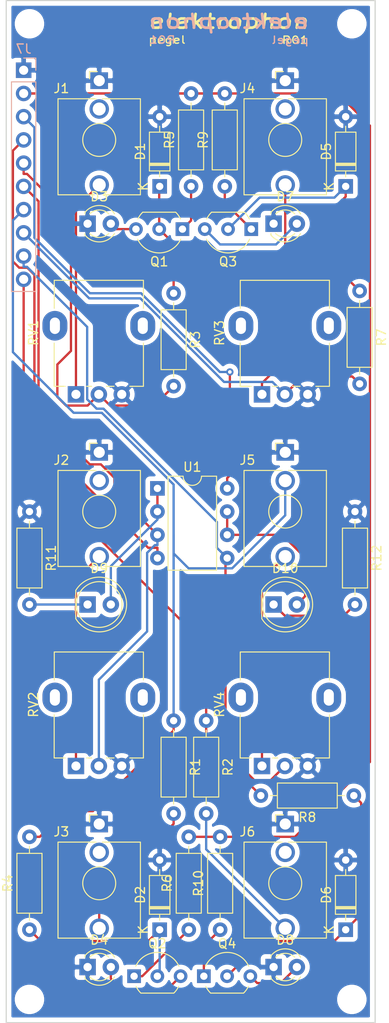
<source format=kicad_pcb>
(kicad_pcb (version 20171130) (host pcbnew 5.1.6-c6e7f7d~87~ubuntu20.04.1)
  (title_block (title kontrast) (date 2020-09-20) (rev 01) (comment 1 "PCB for panel") (comment 2 "voltage controlled attenuator and ring modulator") (comment 4 "License CC BY 4.0 - Attribution 4.0 International"))
  (layers (0 F.Cu signal) (31 B.Cu signal) (34 B.Paste user) (35 F.Paste user) (36 B.SilkS user) (37 F.SilkS user) (38 B.Mask user) (39 F.Mask user) (44 Edge.Cuts user))
  (net 0 "")
  (net 1 GND)
  (net 2 +15V)
  (net 3 "Net-(J1-PadT)")
  (net 4 "Net-(J3-PadT)")
  (net 5 -15V)
  (net 6 +5V)
  (net 7 "Net-(J2-PadT)")
  (net 8 "Net-(J4-PadT)")
  (net 9 "Net-(J6-PadT)")
  (net 10 "Net-(D1-Pad1)")
  (net 11 "Net-(D2-Pad1)")
  (net 12 "Net-(D3-Pad2)")
  (net 13 "Net-(D4-Pad2)")
  (net 14 "Net-(D5-Pad1)")
  (net 15 "Net-(D6-Pad1)")
  (net 16 "Net-(D7-Pad2)")
  (net 17 "Net-(D8-Pad2)")
  (net 18 "Net-(D9-Pad2)")
  (net 19 "Net-(D9-Pad1)")
  (net 20 "Net-(D10-Pad2)")
  (net 21 "Net-(D10-Pad1)")
  (net 22 "Net-(J1-PadTN)")
  (net 23 "Net-(J2-PadTN)")
  (net 24 "Net-(J3-PadTN)")
  (net 25 "Net-(J4-PadTN)")
  (net 26 OUT_a)
  (net 27 "Net-(J5-PadT)")
  (net 28 "Net-(J6-PadTN)")
  (net 29 OUT_b)
  (net 30 IN_2b)
  (net 31 IN_1b)
  (net 32 IN_2a)
  (net 33 IN_1a)
  (net 34 "Net-(Q1-Pad1)")
  (net 35 "Net-(Q2-Pad1)")
  (net 36 "Net-(Q3-Pad1)")
  (net 37 "Net-(Q4-Pad1)")
  (module LED_THT:LED_D5.0mm (layer F.Cu) (at 80.01 116.84)
    (fp_text reference D10 (at 1.27 -3.96) (layer F.SilkS))
    (fp_text value LED_Dual_2pin)
    (pad 2 thru_hole circle (at 2.54 0) (size 1.8 1.8) (drill 0.9) (layers *.Cu *.Mask) (net 20 "Net-(D10-Pad2)"))
    (pad 1 thru_hole rect (at 0 0) (size 1.8 1.8) (drill 0.9) (layers *.Cu *.Mask) (net 21 "Net-(D10-Pad1)"))
  )
  (module LED_THT:LED_D5.0mm (layer F.Cu) (at 59.69 116.84)
    (fp_text reference D9 (at 1.27 -3.96) (layer F.SilkS))
    (fp_text value LED_Dual_2pin)
    (pad 2 thru_hole circle (at 2.54 0) (size 1.8 1.8) (drill 0.9) (layers *.Cu *.Mask) (net 18 "Net-(D9-Pad2)"))
    (pad 1 thru_hole rect (at 0 0) (size 1.8 1.8) (drill 0.9) (layers *.Cu *.Mask) (net 19 "Net-(D9-Pad1)"))
  )
  (module Package_TO_SOT_THT:TO-92_Inline_Wide (layer F.Cu) (at 72.39 157.48)
    (fp_text reference Q4 (at 2.54 -3.56) (layer F.SilkS))
    (fp_text value BC550)
    (pad 1 thru_hole rect (at 0 0 90) (size 1.5 1.5) (drill 0.8) (layers *.Cu *.Mask) (net 37 "Net-(Q4-Pad1)"))
    (pad 3 thru_hole circle (at 5.08 0 90) (size 1.5 1.5) (drill 0.8) (layers *.Cu *.Mask) (net 17 "Net-(D8-Pad2)"))
    (pad 2 thru_hole circle (at 2.54 0 90) (size 1.5 1.5) (drill 0.8) (layers *.Cu *.Mask) (net 15 "Net-(D6-Pad1)"))
  )
  (module Package_TO_SOT_THT:TO-92_Inline_Wide (layer F.Cu) (at 77.5716 75.7936 180)
    (fp_text reference Q3 (at 2.54 -3.56) (layer F.SilkS))
    (fp_text value BC550)
    (pad 1 thru_hole rect (at 0 0 270) (size 1.5 1.5) (drill 0.8) (layers *.Cu *.Mask) (net 36 "Net-(Q3-Pad1)"))
    (pad 3 thru_hole circle (at 5.08 0 270) (size 1.5 1.5) (drill 0.8) (layers *.Cu *.Mask) (net 16 "Net-(D7-Pad2)"))
    (pad 2 thru_hole circle (at 2.54 0 270) (size 1.5 1.5) (drill 0.8) (layers *.Cu *.Mask) (net 14 "Net-(D5-Pad1)"))
  )
  (module Package_TO_SOT_THT:TO-92_Inline_Wide (layer F.Cu) (at 64.77 157.48)
    (fp_text reference Q2 (at 2.54 -3.56) (layer F.SilkS))
    (fp_text value BC550)
    (pad 1 thru_hole rect (at 0 0 90) (size 1.5 1.5) (drill 0.8) (layers *.Cu *.Mask) (net 35 "Net-(Q2-Pad1)"))
    (pad 3 thru_hole circle (at 5.08 0 90) (size 1.5 1.5) (drill 0.8) (layers *.Cu *.Mask) (net 13 "Net-(D4-Pad2)"))
    (pad 2 thru_hole circle (at 2.54 0 90) (size 1.5 1.5) (drill 0.8) (layers *.Cu *.Mask) (net 11 "Net-(D2-Pad1)"))
  )
  (module Package_TO_SOT_THT:TO-92_Inline_Wide (layer F.Cu) (at 70.0532 75.7936 180)
    (fp_text reference Q1 (at 2.54 -3.56) (layer F.SilkS))
    (fp_text value BC550)
    (pad 1 thru_hole rect (at 0 0 270) (size 1.5 1.5) (drill 0.8) (layers *.Cu *.Mask) (net 34 "Net-(Q1-Pad1)"))
    (pad 3 thru_hole circle (at 5.08 0 270) (size 1.5 1.5) (drill 0.8) (layers *.Cu *.Mask) (net 12 "Net-(D3-Pad2)"))
    (pad 2 thru_hole circle (at 2.54 0 270) (size 1.5 1.5) (drill 0.8) (layers *.Cu *.Mask) (net 10 "Net-(D1-Pad1)"))
  )
  (module MountingHole:MountingHole_2.2mm_M2 (layer F.Cu) (at 53.34 160.02)
    (fp_text reference REF** hide)
    (fp_text value MountingHole_2.2mm_M2 hide)
    (pad 1 np_thru_hole circle (at 0 0) (size 2.2 2.2) (drill 2.2) (layers *.Cu *.Mask))
  )
  (module MountingHole:MountingHole_2.2mm_M2 (layer F.Cu) (at 88.56 160.02)
    (fp_text reference REF** hide)
    (fp_text value MountingHole_2.2mm_M2 hide)
    (pad 1 np_thru_hole circle (at 0 0) (size 2.2 2.2) (drill 2.2) (layers *.Cu *.Mask))
  )
  (module MountingHole:MountingHole_2.2mm_M2 (layer F.Cu) (at 88.56 53.34)
    (fp_text reference REF** hide)
    (fp_text value MountingHole_2.2mm_M2 hide)
    (pad 1 np_thru_hole circle (at 0 0) (size 2.2 2.2) (drill 2.2) (layers *.Cu *.Mask))
  )
  (module MountingHole:MountingHole_2.2mm_M2 (layer F.Cu) (at 53.34 53.34)
    (fp_text reference REF** hide)
    (fp_text value MountingHole_2.2mm_M2 hide)
    (pad 1 np_thru_hole circle (at 0 0) (size 2.2 2.2) (drill 2.2) (layers *.Cu *.Mask))
  )
  (module Package_DIP:DIP-8_W7.62mm (layer F.Cu) (at 67.32 104.14)
    (fp_text reference U1 (at 3.81 -2.33) (layer F.SilkS))
    (fp_text value TL072)
    (pad 8 thru_hole oval (at 7.62 0) (size 1.6 1.6) (drill 0.8) (layers *.Cu *.Mask) (net 2 +15V))
    (pad 4 thru_hole oval (at 0 7.62) (size 1.6 1.6) (drill 0.8) (layers *.Cu *.Mask) (net 5 -15V))
    (pad 7 thru_hole oval (at 7.62 2.54) (size 1.6 1.6) (drill 0.8) (layers *.Cu *.Mask) (net 20 "Net-(D10-Pad2)"))
    (pad 3 thru_hole oval (at 0 5.08) (size 1.6 1.6) (drill 0.8) (layers *.Cu *.Mask) (net 32 IN_2a))
    (pad 6 thru_hole oval (at 7.62 5.08) (size 1.6 1.6) (drill 0.8) (layers *.Cu *.Mask) (net 20 "Net-(D10-Pad2)"))
    (pad 2 thru_hole oval (at 0 2.54) (size 1.6 1.6) (drill 0.8) (layers *.Cu *.Mask) (net 18 "Net-(D9-Pad2)"))
    (pad 5 thru_hole oval (at 7.62 7.62) (size 1.6 1.6) (drill 0.8) (layers *.Cu *.Mask) (net 30 IN_2b))
    (pad 1 thru_hole rect (at 0 0) (size 1.6 1.6) (drill 0.8) (layers *.Cu *.Mask) (net 18 "Net-(D9-Pad2)"))
  )
  (module Connector_PinHeader_2.54mm:PinHeader_1x10_P2.54mm_Vertical (layer B.Cu) (at 52.705 58.42 180)
    (fp_text reference J7 (at 0 2.33) (layer B.SilkS) (effects (justify mirror)))
    (fp_text value Conn_01x10_Male)
    (pad 10 thru_hole oval (at 0 -22.86 180) (size 1.7 1.7) (drill 1) (layers *.Cu *.Mask) (net 29 OUT_b))
    (pad 9 thru_hole oval (at 0 -20.32 180) (size 1.7 1.7) (drill 1) (layers *.Cu *.Mask) (net 30 IN_2b))
    (pad 8 thru_hole oval (at 0 -17.78 180) (size 1.7 1.7) (drill 1) (layers *.Cu *.Mask) (net 31 IN_1b))
    (pad 7 thru_hole oval (at 0 -15.24 180) (size 1.7 1.7) (drill 1) (layers *.Cu *.Mask) (net 26 OUT_a))
    (pad 6 thru_hole oval (at 0 -12.7 180) (size 1.7 1.7) (drill 1) (layers *.Cu *.Mask) (net 32 IN_2a))
    (pad 5 thru_hole oval (at 0 -10.16 180) (size 1.7 1.7) (drill 1) (layers *.Cu *.Mask) (net 33 IN_1a))
    (pad 4 thru_hole oval (at 0 -7.62 180) (size 1.7 1.7) (drill 1) (layers *.Cu *.Mask) (net 5 -15V))
    (pad 3 thru_hole oval (at 0 -5.08 180) (size 1.7 1.7) (drill 1) (layers *.Cu *.Mask) (net 2 +15V))
    (pad 2 thru_hole oval (at 0 -2.54 180) (size 1.7 1.7) (drill 1) (layers *.Cu *.Mask) (net 6 +5V))
    (pad 1 thru_hole rect (at 0 0 180) (size 1.7 1.7) (drill 1) (layers *.Cu *.Mask) (net 1 GND))
  )
  (module elektrophon:Potentiometer_Alpha_RD901F-40-00D_Single_Vertical (layer F.Cu) (at 81.28 127 90)
    (fp_text reference RV4 (at -0.79 -7.18 270) (layer F.SilkS))
    (fp_text value 100k)
    (pad "" thru_hole oval (at 0 -4.84 180) (size 2.72 3.24) (drill oval 1.1 1.8) (layers *.Cu *.Mask))
    (pad "" thru_hole oval (at 0 4.76 180) (size 2.72 3.24) (drill oval 1.1 1.8) (layers *.Cu *.Mask))
    (pad 3 thru_hole circle (at -7.5 2.46 180) (size 1.8 1.8) (drill 1) (layers *.Cu *.Mask) (net 1 GND))
    (pad 2 thru_hole circle (at -7.5 -0.04 180) (size 1.8 1.8) (drill 1) (layers *.Cu *.Mask) (net 30 IN_2b))
    (pad 1 thru_hole rect (at -7.5 -2.54 180) (size 1.8 1.8) (drill 1) (layers *.Cu *.Mask) (net 27 "Net-(J5-PadT)"))
  )
  (module elektrophon:Potentiometer_Alpha_RD901F-40-00D_Single_Vertical (layer F.Cu) (at 81.28 86.36 90)
    (fp_text reference RV3 (at -0.79 -7.18 270) (layer F.SilkS))
    (fp_text value 100k)
    (pad "" thru_hole oval (at 0 -4.84 180) (size 2.72 3.24) (drill oval 1.1 1.8) (layers *.Cu *.Mask))
    (pad "" thru_hole oval (at 0 4.76 180) (size 2.72 3.24) (drill oval 1.1 1.8) (layers *.Cu *.Mask))
    (pad 3 thru_hole circle (at -7.5 2.46 180) (size 1.8 1.8) (drill 1) (layers *.Cu *.Mask) (net 1 GND))
    (pad 2 thru_hole circle (at -7.5 -0.04 180) (size 1.8 1.8) (drill 1) (layers *.Cu *.Mask) (net 31 IN_1b))
    (pad 1 thru_hole rect (at -7.5 -2.54 180) (size 1.8 1.8) (drill 1) (layers *.Cu *.Mask) (net 8 "Net-(J4-PadT)"))
  )
  (module elektrophon:Potentiometer_Alpha_RD901F-40-00D_Single_Vertical (layer F.Cu) (at 60.96 127 90)
    (fp_text reference RV2 (at -0.79 -7.18 270) (layer F.SilkS))
    (fp_text value 100k)
    (pad "" thru_hole oval (at 0 -4.84 180) (size 2.72 3.24) (drill oval 1.1 1.8) (layers *.Cu *.Mask))
    (pad "" thru_hole oval (at 0 4.76 180) (size 2.72 3.24) (drill oval 1.1 1.8) (layers *.Cu *.Mask))
    (pad 3 thru_hole circle (at -7.5 2.46 180) (size 1.8 1.8) (drill 1) (layers *.Cu *.Mask) (net 1 GND))
    (pad 2 thru_hole circle (at -7.5 -0.04 180) (size 1.8 1.8) (drill 1) (layers *.Cu *.Mask) (net 32 IN_2a))
    (pad 1 thru_hole rect (at -7.5 -2.54 180) (size 1.8 1.8) (drill 1) (layers *.Cu *.Mask) (net 7 "Net-(J2-PadT)"))
  )
  (module elektrophon:Potentiometer_Alpha_RD901F-40-00D_Single_Vertical (layer F.Cu) (at 60.96 86.36 90)
    (fp_text reference RV1 (at -0.79 -7.18 270) (layer F.SilkS))
    (fp_text value 100k)
    (pad "" thru_hole oval (at 0 -4.84 180) (size 2.72 3.24) (drill oval 1.1 1.8) (layers *.Cu *.Mask))
    (pad "" thru_hole oval (at 0 4.76 180) (size 2.72 3.24) (drill oval 1.1 1.8) (layers *.Cu *.Mask))
    (pad 3 thru_hole circle (at -7.5 2.46 180) (size 1.8 1.8) (drill 1) (layers *.Cu *.Mask) (net 1 GND))
    (pad 2 thru_hole circle (at -7.5 -0.04 180) (size 1.8 1.8) (drill 1) (layers *.Cu *.Mask) (net 33 IN_1a))
    (pad 1 thru_hole rect (at -7.5 -2.54 180) (size 1.8 1.8) (drill 1) (layers *.Cu *.Mask) (net 3 "Net-(J1-PadT)"))
  )
  (module Resistor_THT:R_Axial_DIN0207_L6.3mm_D2.5mm_P10.16mm_Horizontal (layer F.Cu) (at 88.9 106.68 270)
    (fp_text reference R12 (at 5.08 -2.37 90) (layer F.SilkS))
    (fp_text value 490)
    (pad 2 thru_hole oval (at 10.16 0 270) (size 1.6 1.6) (drill 0.8) (layers *.Cu *.Mask) (net 21 "Net-(D10-Pad1)"))
    (pad 1 thru_hole circle (at 0 0 270) (size 1.6 1.6) (drill 0.8) (layers *.Cu *.Mask) (net 1 GND))
  )
  (module Resistor_THT:R_Axial_DIN0207_L6.3mm_D2.5mm_P10.16mm_Horizontal (layer F.Cu) (at 53.34 106.68 270)
    (fp_text reference R11 (at 5.08 -2.37 90) (layer F.SilkS))
    (fp_text value 490)
    (pad 2 thru_hole oval (at 10.16 0 270) (size 1.6 1.6) (drill 0.8) (layers *.Cu *.Mask) (net 19 "Net-(D9-Pad1)"))
    (pad 1 thru_hole circle (at 0 0 270) (size 1.6 1.6) (drill 0.8) (layers *.Cu *.Mask) (net 1 GND))
  )
  (module Resistor_THT:R_Axial_DIN0207_L6.3mm_D2.5mm_P10.16mm_Horizontal (layer F.Cu) (at 74.168 152.4 90)
    (fp_text reference R10 (at 5.08 -2.37 90) (layer F.SilkS))
    (fp_text value 5.6k)
    (pad 2 thru_hole oval (at 10.16 0 90) (size 1.6 1.6) (drill 0.8) (layers *.Cu *.Mask) (net 6 +5V))
    (pad 1 thru_hole circle (at 0 0 90) (size 1.6 1.6) (drill 0.8) (layers *.Cu *.Mask) (net 37 "Net-(Q4-Pad1)"))
  )
  (module Resistor_THT:R_Axial_DIN0207_L6.3mm_D2.5mm_P10.16mm_Horizontal (layer F.Cu) (at 74.676 71.12 90)
    (fp_text reference R9 (at 5.08 -2.37 90) (layer F.SilkS))
    (fp_text value 5.6k)
    (pad 2 thru_hole oval (at 10.16 0 90) (size 1.6 1.6) (drill 0.8) (layers *.Cu *.Mask) (net 6 +5V))
    (pad 1 thru_hole circle (at 0 0 90) (size 1.6 1.6) (drill 0.8) (layers *.Cu *.Mask) (net 36 "Net-(Q3-Pad1)"))
  )
  (module Resistor_THT:R_Axial_DIN0207_L6.3mm_D2.5mm_P10.16mm_Horizontal (layer F.Cu) (at 88.773 137.7315 180)
    (fp_text reference R8 (at 5.08 -2.37) (layer F.SilkS))
    (fp_text value 100k)
    (pad 2 thru_hole oval (at 10.16 0 180) (size 1.6 1.6) (drill 0.8) (layers *.Cu *.Mask) (net 29 OUT_b))
    (pad 1 thru_hole circle (at 0 0 180) (size 1.6 1.6) (drill 0.8) (layers *.Cu *.Mask) (net 15 "Net-(D6-Pad1)"))
  )
  (module Resistor_THT:R_Axial_DIN0207_L6.3mm_D2.5mm_P10.16mm_Horizontal (layer F.Cu) (at 89.408 82.55 270)
    (fp_text reference R7 (at 5.08 -2.37 90) (layer F.SilkS))
    (fp_text value 100k)
    (pad 2 thru_hole oval (at 10.16 0 270) (size 1.6 1.6) (drill 0.8) (layers *.Cu *.Mask) (net 31 IN_1b))
    (pad 1 thru_hole circle (at 0 0 270) (size 1.6 1.6) (drill 0.8) (layers *.Cu *.Mask) (net 14 "Net-(D5-Pad1)"))
  )
  (module Resistor_THT:R_Axial_DIN0207_L6.3mm_D2.5mm_P10.16mm_Horizontal (layer F.Cu) (at 70.741 152.4 90)
    (fp_text reference R6 (at 5.08 -2.37 90) (layer F.SilkS))
    (fp_text value 5.6k)
    (pad 2 thru_hole oval (at 10.16 0 90) (size 1.6 1.6) (drill 0.8) (layers *.Cu *.Mask) (net 6 +5V))
    (pad 1 thru_hole circle (at 0 0 90) (size 1.6 1.6) (drill 0.8) (layers *.Cu *.Mask) (net 35 "Net-(Q2-Pad1)"))
  )
  (module Resistor_THT:R_Axial_DIN0207_L6.3mm_D2.5mm_P10.16mm_Horizontal (layer F.Cu) (at 70.995 71.12 90)
    (fp_text reference R5 (at 5.08 -2.37 90) (layer F.SilkS))
    (fp_text value 5.6k)
    (pad 2 thru_hole oval (at 10.16 0 90) (size 1.6 1.6) (drill 0.8) (layers *.Cu *.Mask) (net 6 +5V))
    (pad 1 thru_hole circle (at 0 0 90) (size 1.6 1.6) (drill 0.8) (layers *.Cu *.Mask) (net 34 "Net-(Q1-Pad1)"))
  )
  (module Resistor_THT:R_Axial_DIN0207_L6.3mm_D2.5mm_P10.16mm_Horizontal (layer F.Cu) (at 53.34 152.4 90)
    (fp_text reference R4 (at 5.08 -2.37 90) (layer F.SilkS))
    (fp_text value 100k)
    (pad 2 thru_hole oval (at 10.16 0 90) (size 1.6 1.6) (drill 0.8) (layers *.Cu *.Mask) (net 26 OUT_a))
    (pad 1 thru_hole circle (at 0 0 90) (size 1.6 1.6) (drill 0.8) (layers *.Cu *.Mask) (net 11 "Net-(D2-Pad1)"))
  )
  (module Resistor_THT:R_Axial_DIN0207_L6.3mm_D2.5mm_P10.16mm_Horizontal (layer F.Cu) (at 69.088 82.804 270)
    (fp_text reference R3 (at 5.08 -2.37 90) (layer F.SilkS))
    (fp_text value 100k)
    (pad 2 thru_hole oval (at 10.16 0 270) (size 1.6 1.6) (drill 0.8) (layers *.Cu *.Mask) (net 33 IN_1a))
    (pad 1 thru_hole circle (at 0 0 270) (size 1.6 1.6) (drill 0.8) (layers *.Cu *.Mask) (net 10 "Net-(D1-Pad1)"))
  )
  (module Resistor_THT:R_Axial_DIN0207_L6.3mm_D2.5mm_P10.16mm_Horizontal (layer F.Cu) (at 72.644 129.54 270)
    (fp_text reference R2 (at 5.08 -2.37 90) (layer F.SilkS))
    (fp_text value 1k)
    (pad 2 thru_hole oval (at 10.16 0 270) (size 1.6 1.6) (drill 0.8) (layers *.Cu *.Mask) (net 9 "Net-(J6-PadT)"))
    (pad 1 thru_hole circle (at 0 0 270) (size 1.6 1.6) (drill 0.8) (layers *.Cu *.Mask) (net 29 OUT_b))
  )
  (module Resistor_THT:R_Axial_DIN0207_L6.3mm_D2.5mm_P10.16mm_Horizontal (layer F.Cu) (at 69.088 129.54 270)
    (fp_text reference R1 (at 5.08 -2.37 90) (layer F.SilkS))
    (fp_text value 1k)
    (pad 2 thru_hole oval (at 10.16 0 270) (size 1.6 1.6) (drill 0.8) (layers *.Cu *.Mask) (net 4 "Net-(J3-PadT)"))
    (pad 1 thru_hole circle (at 0 0 270) (size 1.6 1.6) (drill 0.8) (layers *.Cu *.Mask) (net 26 OUT_a))
  )
  (module elektrophon:Jack_3.5mm_WQP-PJ398SM_Vertical (layer F.Cu) (at 81.28 147.32)
    (fp_text reference J6 (at -4.13 -5.63) (layer F.SilkS))
    (fp_text value OUT_b)
    (pad TN thru_hole circle (at 0 -3.38 180) (size 2.13 2.13) (drill 1.42) (layers *.Cu *.Mask) (net 28 "Net-(J6-PadTN)"))
    (pad S thru_hole rect (at 0 -6.48 180) (size 1.93 1.83) (drill 1.22) (layers *.Cu *.Mask) (net 1 GND))
    (pad T thru_hole circle (at 0 4.92 180) (size 2.13 2.13) (drill 1.43) (layers *.Cu *.Mask) (net 9 "Net-(J6-PadT)"))
  )
  (module elektrophon:Jack_3.5mm_WQP-PJ398SM_Vertical (layer F.Cu) (at 81.28 106.68)
    (fp_text reference J5 (at -4.13 -5.63) (layer F.SilkS))
    (fp_text value IN_2b)
    (pad TN thru_hole circle (at 0 -3.38 180) (size 2.13 2.13) (drill 1.42) (layers *.Cu *.Mask) (net 26 OUT_a))
    (pad S thru_hole rect (at 0 -6.48 180) (size 1.93 1.83) (drill 1.22) (layers *.Cu *.Mask) (net 1 GND))
    (pad T thru_hole circle (at 0 4.92 180) (size 2.13 2.13) (drill 1.43) (layers *.Cu *.Mask) (net 27 "Net-(J5-PadT)"))
  )
  (module elektrophon:Jack_3.5mm_WQP-PJ398SM_Vertical (layer F.Cu) (at 81.28 66.04)
    (fp_text reference J4 (at -4.13 -5.63) (layer F.SilkS))
    (fp_text value IN_1b)
    (pad TN thru_hole circle (at 0 -3.38 180) (size 2.13 2.13) (drill 1.42) (layers *.Cu *.Mask) (net 25 "Net-(J4-PadTN)"))
    (pad S thru_hole rect (at 0 -6.48 180) (size 1.93 1.83) (drill 1.22) (layers *.Cu *.Mask) (net 1 GND))
    (pad T thru_hole circle (at 0 4.92 180) (size 2.13 2.13) (drill 1.43) (layers *.Cu *.Mask) (net 8 "Net-(J4-PadT)"))
  )
  (module elektrophon:Jack_3.5mm_WQP-PJ398SM_Vertical (layer F.Cu) (at 60.96 147.32)
    (fp_text reference J3 (at -4.13 -5.63) (layer F.SilkS))
    (fp_text value OUT_a)
    (pad TN thru_hole circle (at 0 -3.38 180) (size 2.13 2.13) (drill 1.42) (layers *.Cu *.Mask) (net 24 "Net-(J3-PadTN)"))
    (pad S thru_hole rect (at 0 -6.48 180) (size 1.93 1.83) (drill 1.22) (layers *.Cu *.Mask) (net 1 GND))
    (pad T thru_hole circle (at 0 4.92 180) (size 2.13 2.13) (drill 1.43) (layers *.Cu *.Mask) (net 4 "Net-(J3-PadT)"))
  )
  (module elektrophon:Jack_3.5mm_WQP-PJ398SM_Vertical (layer F.Cu) (at 60.96 106.68)
    (fp_text reference J2 (at -4.13 -5.63) (layer F.SilkS))
    (fp_text value IN_2a)
    (pad TN thru_hole circle (at 0 -3.38 180) (size 2.13 2.13) (drill 1.42) (layers *.Cu *.Mask) (net 23 "Net-(J2-PadTN)"))
    (pad S thru_hole rect (at 0 -6.48 180) (size 1.93 1.83) (drill 1.22) (layers *.Cu *.Mask) (net 1 GND))
    (pad T thru_hole circle (at 0 4.92 180) (size 2.13 2.13) (drill 1.43) (layers *.Cu *.Mask) (net 7 "Net-(J2-PadT)"))
  )
  (module elektrophon:Jack_3.5mm_WQP-PJ398SM_Vertical (layer F.Cu) (at 60.96 66.04)
    (fp_text reference J1 (at -4.13 -5.63) (layer F.SilkS))
    (fp_text value IN_1a)
    (pad TN thru_hole circle (at 0 -3.38 180) (size 2.13 2.13) (drill 1.42) (layers *.Cu *.Mask) (net 22 "Net-(J1-PadTN)"))
    (pad S thru_hole rect (at 0 -6.48 180) (size 1.93 1.83) (drill 1.22) (layers *.Cu *.Mask) (net 1 GND))
    (pad T thru_hole circle (at 0 4.92 180) (size 2.13 2.13) (drill 1.43) (layers *.Cu *.Mask) (net 3 "Net-(J1-PadT)"))
  )
  (module LED_THT:LED_D3.0mm (layer F.Cu) (at 80.01 156.48)
    (fp_text reference D8 (at 1.27 -2.96) (layer F.SilkS))
    (fp_text value WP710A10L)
    (pad 2 thru_hole circle (at 2.54 0) (size 1.8 1.8) (drill 0.9) (layers *.Cu *.Mask) (net 17 "Net-(D8-Pad2)"))
    (pad 1 thru_hole rect (at 0 0) (size 1.8 1.8) (drill 0.9) (layers *.Cu *.Mask) (net 1 GND))
  )
  (module LED_THT:LED_D3.0mm (layer F.Cu) (at 80.01 75.2)
    (fp_text reference D7 (at 1.27 -2.96) (layer F.SilkS))
    (fp_text value WP710A10L)
    (pad 2 thru_hole circle (at 2.54 0) (size 1.8 1.8) (drill 0.9) (layers *.Cu *.Mask) (net 16 "Net-(D7-Pad2)"))
    (pad 1 thru_hole rect (at 0 0) (size 1.8 1.8) (drill 0.9) (layers *.Cu *.Mask) (net 1 GND))
  )
  (module Diode_THT:D_DO-35_SOD27_P7.62mm_Horizontal (layer F.Cu) (at 87.884 152.4 90)
    (fp_text reference D6 (at 3.81 -2.12 90) (layer F.SilkS))
    (fp_text value 1N4148)
    (fp_text user K (at 0 -1.8 90) (layer F.SilkS))
    (pad 2 thru_hole oval (at 7.62 0 90) (size 1.6 1.6) (drill 0.8) (layers *.Cu *.Mask) (net 1 GND))
    (pad 1 thru_hole rect (at 0 0 90) (size 1.6 1.6) (drill 0.8) (layers *.Cu *.Mask) (net 15 "Net-(D6-Pad1)"))
  )
  (module Diode_THT:D_DO-35_SOD27_P7.62mm_Horizontal (layer F.Cu) (at 87.884 71.12 90)
    (fp_text reference D5 (at 3.81 -2.12 90) (layer F.SilkS))
    (fp_text value 1N4148)
    (fp_text user K (at 0 -1.8 90) (layer F.SilkS))
    (pad 2 thru_hole oval (at 7.62 0 90) (size 1.6 1.6) (drill 0.8) (layers *.Cu *.Mask) (net 1 GND))
    (pad 1 thru_hole rect (at 0 0 90) (size 1.6 1.6) (drill 0.8) (layers *.Cu *.Mask) (net 14 "Net-(D5-Pad1)"))
  )
  (module LED_THT:LED_D3.0mm (layer F.Cu) (at 59.69 156.48)
    (fp_text reference D4 (at 1.27 -2.96) (layer F.SilkS))
    (fp_text value WP710A10L)
    (pad 2 thru_hole circle (at 2.54 0) (size 1.8 1.8) (drill 0.9) (layers *.Cu *.Mask) (net 13 "Net-(D4-Pad2)"))
    (pad 1 thru_hole rect (at 0 0) (size 1.8 1.8) (drill 0.9) (layers *.Cu *.Mask) (net 1 GND))
  )
  (module LED_THT:LED_D3.0mm (layer F.Cu) (at 59.69 75.2)
    (fp_text reference D3 (at 1.27 -2.96) (layer F.SilkS))
    (fp_text value WP710A10L)
    (pad 2 thru_hole circle (at 2.54 0) (size 1.8 1.8) (drill 0.9) (layers *.Cu *.Mask) (net 12 "Net-(D3-Pad2)"))
    (pad 1 thru_hole rect (at 0 0) (size 1.8 1.8) (drill 0.9) (layers *.Cu *.Mask) (net 1 GND))
  )
  (module Diode_THT:D_DO-35_SOD27_P7.62mm_Horizontal (layer F.Cu) (at 67.564 152.4 90)
    (fp_text reference D2 (at 3.81 -2.12 90) (layer F.SilkS))
    (fp_text value 1N4148)
    (fp_text user K (at 0 -1.8 90) (layer F.SilkS))
    (pad 2 thru_hole oval (at 7.62 0 90) (size 1.6 1.6) (drill 0.8) (layers *.Cu *.Mask) (net 1 GND))
    (pad 1 thru_hole rect (at 0 0 90) (size 1.6 1.6) (drill 0.8) (layers *.Cu *.Mask) (net 11 "Net-(D2-Pad1)"))
  )
  (module Diode_THT:D_DO-35_SOD27_P7.62mm_Horizontal (layer F.Cu) (at 67.564 71.12 90)
    (fp_text reference D1 (at 3.81 -2.12 90) (layer F.SilkS))
    (fp_text value 1N4148)
    (fp_text user K (at 0 -1.8 90) (layer F.SilkS))
    (pad 2 thru_hole oval (at 7.62 0 90) (size 1.6 1.6) (drill 0.8) (layers *.Cu *.Mask) (net 1 GND))
    (pad 1 thru_hole rect (at 0 0 90) (size 1.6 1.6) (drill 0.8) (layers *.Cu *.Mask) (net 10 "Net-(D1-Pad1)"))
  )
  (module "elektrophon:elektrophon logo" (layer F.Cu) (at 75.1205 54.102)
    (fp_text reference REF** hide)
    (fp_text value "elektrophon logo" hide)
    (fp_text user pegel (at 8.84 1.02) (layer B.SilkS) (effects (font (size 0.8 1)) (justify left mirror)))
    (fp_text user R01 (at -8.83 1) (layer B.SilkS) (effects (font (size 0.8 1)) (justify right mirror)))
    (fp_text user elektrophon (at 0 -1.016) (layer B.SilkS) (effects (font (size 1.5 2) (thickness 0.3) italic) (justify mirror)))
    (fp_text user R01 (at 8.8 1.02) (layer F.SilkS) (effects (font (size 0.8 1)) (justify right)))
    (fp_text user pegel (at -8.88 1) (layer F.SilkS) (effects (font (size 0.8 1)) (justify left)))
    (fp_text user elektrophon (at 0 -1.016) (layer F.SilkS) (effects (font (size 1.5 2) (thickness 0.3) italic)))
  )
  (gr_line (start 91.1 50.8) (end 50.8 50.8) (layer Edge.Cuts) (width 0.12))
  (gr_line (start 91.1 162.56) (end 91.1 50.8) (layer Edge.Cuts) (width 0.12))
  (gr_line (start 50.8 162.56) (end 91.1 162.56) (layer Edge.Cuts) (width 0.12))
  (gr_line (start 50.8 50.8) (end 50.8 162.56) (layer Edge.Cuts) (width 0.12))
  (segment (start 74.94 104.14) (end 74.94 103.0147) (width 0.25) (layer F.Cu) (net 2))
  (segment (start 74.94 103.0147) (end 75.2304 102.7243) (width 0.25) (layer F.Cu) (net 2))
  (segment (start 75.2304 102.7243) (end 75.2304 91.4128) (width 0.25) (layer F.Cu) (net 2))
  (via (at 75.2304 91.4128) (size 0.8) (layers F.Cu B.Cu) (net 2))
  (segment (start 75.2304 91.4128) (end 74.1408 91.4128) (width 0.25) (layer B.Cu) (net 2))
  (segment (start 65.532 82.804) (end 59.944 82.804) (width 0.25) (layer B.Cu) (net 2))
  (segment (start 74.1408 91.4128) (end 65.532 82.804) (width 0.25) (layer B.Cu) (net 2))
  (segment (start 59.944 82.804) (end 53.8803 76.7403) (width 0.25) (layer B.Cu) (net 2))
  (segment (start 53.8803 64.6753) (end 52.705 63.5) (width 0.25) (layer B.Cu) (net 2))
  (segment (start 53.8803 67.5317) (end 53.8803 64.6753) (width 0.25) (layer B.Cu) (net 2))
  (segment (start 53.8803 76.7403) (end 53.8803 67.5317) (width 0.25) (layer B.Cu) (net 2))
  (segment (start 53.8803 67.5317) (end 53.8803 65.4832) (width 0.25) (layer B.Cu) (net 2))
  (segment (start 60.96 70.96) (end 58.42 73.5) (width 0.25) (layer F.Cu) (net 3))
  (segment (start 58.42 73.5) (end 58.42 93.86) (width 0.25) (layer F.Cu) (net 3))
  (segment (start 69.088 139.7) (end 69.088 140.8253) (width 0.25) (layer F.Cu) (net 4))
  (segment (start 60.96 152.24) (end 60.96 148.9533) (width 0.25) (layer F.Cu) (net 4))
  (segment (start 60.96 148.9533) (end 69.088 140.8253) (width 0.25) (layer F.Cu) (net 4))
  (segment (start 67.32 111.76) (end 67.32 110.6347) (width 0.25) (layer F.Cu) (net 5))
  (segment (start 67.32 110.6347) (end 66.3073 110.6347) (width 0.25) (layer F.Cu) (net 5))
  (segment (start 66.3073 110.6347) (end 53.8803 98.2077) (width 0.25) (layer F.Cu) (net 5))
  (segment (start 53.8803 98.2077) (end 53.8803 80.791) (width 0.25) (layer F.Cu) (net 5))
  (segment (start 53.8803 80.791) (end 53.0993 80.01) (width 0.25) (layer F.Cu) (net 5))
  (segment (start 53.0993 80.01) (end 52.2163 80.01) (width 0.25) (layer F.Cu) (net 5))
  (segment (start 52.2163 80.01) (end 51.5297 79.3234) (width 0.25) (layer F.Cu) (net 5))
  (segment (start 51.5297 67.2153) (end 52.705 66.04) (width 0.25) (layer F.Cu) (net 5))
  (segment (start 51.5297 69.3097) (end 51.5297 67.2153) (width 0.25) (layer F.Cu) (net 5))
  (segment (start 51.5297 79.3234) (end 51.5297 69.3097) (width 0.25) (layer F.Cu) (net 5))
  (segment (start 51.5297 69.3097) (end 51.5297 68.0232) (width 0.25) (layer F.Cu) (net 5))
  (segment (start 70.995 60.96) (end 74.676 60.96) (width 0.25) (layer F.Cu) (net 6))
  (segment (start 73.7923 142.24) (end 74.168 142.24) (width 0.25) (layer F.Cu) (net 6))
  (segment (start 70.741 142.24) (end 73.7923 142.24) (width 0.25) (layer F.Cu) (net 6))
  (segment (start 70.995 60.96) (end 52.705 60.96) (width 0.25) (layer F.Cu) (net 6))
  (segment (start 87.009002 60.96) (end 52.705 60.96) (width 0.25) (layer F.Cu) (net 6))
  (segment (start 90.533001 64.483999) (end 87.009002 60.96) (width 0.25) (layer F.Cu) (net 6))
  (segment (start 90.533001 134.052001) (end 90.533001 64.483999) (width 0.25) (layer F.Cu) (net 6))
  (segment (start 82.345002 142.24) (end 90.533001 134.052001) (width 0.25) (layer F.Cu) (net 6))
  (segment (start 74.168 142.24) (end 82.345002 142.24) (width 0.25) (layer F.Cu) (net 6))
  (segment (start 60.96 111.6) (end 58.42 114.14) (width 0.25) (layer F.Cu) (net 7))
  (segment (start 58.42 114.14) (end 58.42 134.5) (width 0.25) (layer F.Cu) (net 7))
  (segment (start 78.74 93.86) (end 78.74 92.6347) (width 0.25) (layer F.Cu) (net 8))
  (segment (start 81.28 70.96) (end 81.28 90.0947) (width 0.25) (layer F.Cu) (net 8))
  (segment (start 81.28 90.0947) (end 78.74 92.6347) (width 0.25) (layer F.Cu) (net 8))
  (segment (start 81.28 152.24) (end 72.644 143.604) (width 0.25) (layer B.Cu) (net 9))
  (segment (start 72.644 143.604) (end 72.644 139.7) (width 0.25) (layer B.Cu) (net 9))
  (segment (start 69.088 77.3684) (end 67.5132 75.7936) (width 0.25) (layer F.Cu) (net 10))
  (segment (start 69.088 82.804) (end 69.088 77.3684) (width 0.25) (layer F.Cu) (net 10))
  (segment (start 67.5132 71.1708) (end 67.564 71.12) (width 0.25) (layer F.Cu) (net 10))
  (segment (start 67.5132 75.7936) (end 67.5132 71.1708) (width 0.25) (layer F.Cu) (net 10))
  (segment (start 53.34 152.4) (end 54.570001 153.630001) (width 0.25) (layer F.Cu) (net 11))
  (segment (start 54.570001 153.630001) (end 63.031999 153.630001) (width 0.25) (layer F.Cu) (net 11))
  (segment (start 63.031999 153.630001) (end 64.015501 153.630001) (width 0.25) (layer F.Cu) (net 11))
  (segment (start 67.564 157.226) (end 67.31 157.48) (width 0.25) (layer B.Cu) (net 11))
  (segment (start 67.564 152.4) (end 67.564 157.226) (width 0.25) (layer B.Cu) (net 11))
  (segment (start 66.333999 153.630001) (end 67.564 152.4) (width 0.25) (layer F.Cu) (net 11))
  (segment (start 63.031999 153.630001) (end 66.333999 153.630001) (width 0.25) (layer F.Cu) (net 11))
  (segment (start 62.8236 75.7936) (end 62.23 75.2) (width 0.25) (layer F.Cu) (net 12))
  (segment (start 64.9732 75.7936) (end 62.8236 75.7936) (width 0.25) (layer F.Cu) (net 12))
  (segment (start 69.85 157.48) (end 67.31 160.02) (width 0.25) (layer F.Cu) (net 13))
  (segment (start 62.23 157.752792) (end 62.23 156.48) (width 0.25) (layer F.Cu) (net 13))
  (segment (start 64.497208 160.02) (end 62.23 157.752792) (width 0.25) (layer F.Cu) (net 13))
  (segment (start 67.31 160.02) (end 64.497208 160.02) (width 0.25) (layer F.Cu) (net 13))
  (segment (start 87.884 71.12) (end 87.884 72.2453) (width 0.25) (layer F.Cu) (net 14))
  (segment (start 87.884 72.2453) (end 87.63 72.4993) (width 0.25) (layer F.Cu) (net 14))
  (segment (start 87.63 72.4993) (end 87.63 80.772) (width 0.25) (layer F.Cu) (net 14))
  (segment (start 87.63 80.772) (end 89.408 82.55) (width 0.25) (layer F.Cu) (net 14))
  (segment (start 78.475199 72.350001) (end 75.0316 75.7936) (width 0.25) (layer B.Cu) (net 14))
  (segment (start 86.653999 72.350001) (end 78.475199 72.350001) (width 0.25) (layer B.Cu) (net 14))
  (segment (start 87.884 71.12) (end 86.653999 72.350001) (width 0.25) (layer B.Cu) (net 14))
  (segment (start 89.572999 150.711001) (end 87.884 152.4) (width 0.25) (layer F.Cu) (net 15))
  (segment (start 89.572999 138.531499) (end 89.572999 150.711001) (width 0.25) (layer F.Cu) (net 15))
  (segment (start 88.773 137.7315) (end 89.572999 138.531499) (width 0.25) (layer F.Cu) (net 15))
  (segment (start 78.779999 153.630001) (end 74.93 157.48) (width 0.25) (layer F.Cu) (net 15))
  (segment (start 86.653999 153.630001) (end 78.779999 153.630001) (width 0.25) (layer F.Cu) (net 15))
  (segment (start 87.884 152.4) (end 86.653999 153.630001) (width 0.25) (layer F.Cu) (net 15))
  (segment (start 82.55 75.2) (end 80.28 77.47) (width 0.25) (layer B.Cu) (net 16))
  (segment (start 74.168 77.47) (end 72.4916 75.7936) (width 0.25) (layer B.Cu) (net 16))
  (segment (start 80.28 77.47) (end 74.168 77.47) (width 0.25) (layer B.Cu) (net 16))
  (segment (start 80.800001 158.229999) (end 82.55 156.48) (width 0.25) (layer F.Cu) (net 17))
  (segment (start 78.219999 158.229999) (end 80.800001 158.229999) (width 0.25) (layer F.Cu) (net 17))
  (segment (start 77.47 157.48) (end 78.219999 158.229999) (width 0.25) (layer F.Cu) (net 17))
  (segment (start 67.32 104.14) (end 67.32 106.68) (width 0.25) (layer F.Cu) (net 18))
  (segment (start 62.23 112.644998) (end 62.23 116.84) (width 0.25) (layer B.Cu) (net 18))
  (segment (start 67.32 107.554998) (end 62.23 112.644998) (width 0.25) (layer B.Cu) (net 18))
  (segment (start 67.32 106.68) (end 67.32 107.554998) (width 0.25) (layer B.Cu) (net 18))
  (segment (start 53.34 116.84) (end 59.69 116.84) (width 0.25) (layer B.Cu) (net 19))
  (segment (start 74.94 109.22) (end 74.94 106.68) (width 0.25) (layer F.Cu) (net 20))
  (segment (start 83.449999 115.940001) (end 82.55 116.84) (width 0.25) (layer F.Cu) (net 20))
  (segment (start 83.449999 111.712797) (end 83.449999 115.940001) (width 0.25) (layer F.Cu) (net 20))
  (segment (start 80.957202 109.22) (end 83.449999 111.712797) (width 0.25) (layer F.Cu) (net 20))
  (segment (start 74.94 109.22) (end 80.957202 109.22) (width 0.25) (layer F.Cu) (net 20))
  (segment (start 87.674999 118.065001) (end 88.9 116.84) (width 0.25) (layer F.Cu) (net 21))
  (segment (start 81.235001 118.065001) (end 87.674999 118.065001) (width 0.25) (layer F.Cu) (net 21))
  (segment (start 80.01 116.84) (end 81.235001 118.065001) (width 0.25) (layer F.Cu) (net 21))
  (segment (start 69.088 129.54) (end 69.088 110.8759) (width 0.25) (layer B.Cu) (net 26))
  (segment (start 53.34 142.24) (end 54.4653 142.24) (width 0.25) (layer F.Cu) (net 26))
  (segment (start 69.088 129.54) (end 69.088 130.6047) (width 0.25) (layer F.Cu) (net 26))
  (segment (start 69.088 130.6047) (end 60.2608 139.4319) (width 0.25) (layer F.Cu) (net 26))
  (segment (start 60.2608 139.4319) (end 57.2734 139.4319) (width 0.25) (layer F.Cu) (net 26))
  (segment (start 57.2734 139.4319) (end 54.4653 142.24) (width 0.25) (layer F.Cu) (net 26))
  (segment (start 69.088 109.22) (end 69.088 111.252) (width 0.25) (layer B.Cu) (net 26))
  (segment (start 69.088 109.22) (end 69.088 112.776) (width 0.25) (layer B.Cu) (net 26))
  (segment (start 75.480001 112.885001) (end 81.28 107.085002) (width 0.25) (layer B.Cu) (net 26))
  (segment (start 81.28 107.085002) (end 81.28 103.3) (width 0.25) (layer B.Cu) (net 26))
  (segment (start 70.721001 112.885001) (end 75.480001 112.885001) (width 0.25) (layer B.Cu) (net 26))
  (segment (start 69.088 111.252) (end 70.721001 112.885001) (width 0.25) (layer B.Cu) (net 26))
  (segment (start 51.5297 74.8353) (end 52.705 73.66) (width 0.25) (layer B.Cu) (net 26))
  (segment (start 51.5297 76.9943) (end 51.5297 74.8353) (width 0.25) (layer B.Cu) (net 26))
  (segment (start 51.5297 76.9943) (end 51.5297 75.6432) (width 0.25) (layer B.Cu) (net 26))
  (segment (start 69.088 103.722998) (end 69.088 109.22) (width 0.25) (layer B.Cu) (net 26))
  (segment (start 61.242002 95.877) (end 69.088 103.722998) (width 0.25) (layer B.Cu) (net 26))
  (segment (start 58.1667 95.877) (end 61.242002 95.877) (width 0.25) (layer B.Cu) (net 26))
  (segment (start 51.5297 89.24) (end 58.1667 95.877) (width 0.25) (layer B.Cu) (net 26))
  (segment (start 51.5297 76.9943) (end 51.5297 89.24) (width 0.25) (layer B.Cu) (net 26))
  (segment (start 81.28 111.6) (end 78.74 114.14) (width 0.25) (layer F.Cu) (net 27))
  (segment (start 78.74 114.14) (end 78.74 134.5) (width 0.25) (layer F.Cu) (net 27))
  (segment (start 72.644 129.54) (end 72.644 121.3176) (width 0.25) (layer F.Cu) (net 29))
  (segment (start 72.644 121.3176) (end 52.705 101.3786) (width 0.25) (layer F.Cu) (net 29))
  (segment (start 52.705 101.3786) (end 52.705 81.28) (width 0.25) (layer F.Cu) (net 29))
  (segment (start 72.644 131.7625) (end 78.613 137.7315) (width 0.25) (layer F.Cu) (net 29))
  (segment (start 72.644 129.54) (end 72.644 131.7625) (width 0.25) (layer F.Cu) (net 29))
  (segment (start 59.6454 86.4884) (end 53.0723 79.9153) (width 0.25) (layer B.Cu) (net 30))
  (segment (start 53.0723 79.9153) (end 52.705 79.9153) (width 0.25) (layer B.Cu) (net 30))
  (segment (start 52.705 78.74) (end 52.705 79.9153) (width 0.25) (layer B.Cu) (net 30))
  (segment (start 81.24 134.5) (end 79.596 136.144) (width 0.25) (layer F.Cu) (net 30))
  (segment (start 74.75499 111.94501) (end 74.94 111.76) (width 0.25) (layer F.Cu) (net 30))
  (segment (start 74.75499 132.899992) (end 74.75499 111.94501) (width 0.25) (layer F.Cu) (net 30))
  (segment (start 77.998998 136.144) (end 74.75499 132.899992) (width 0.25) (layer F.Cu) (net 30))
  (segment (start 79.596 136.144) (end 77.998998 136.144) (width 0.25) (layer F.Cu) (net 30))
  (segment (start 59.6454 94.3218) (end 59.6454 92.2466) (width 0.25) (layer B.Cu) (net 30))
  (segment (start 59.6454 92.2466) (end 59.6454 86.4884) (width 0.25) (layer B.Cu) (net 30))
  (segment (start 73.814999 110.634999) (end 74.94 111.76) (width 0.25) (layer B.Cu) (net 30))
  (segment (start 73.814999 107.813586) (end 73.814999 110.634999) (width 0.25) (layer B.Cu) (net 30))
  (segment (start 61.428402 95.426989) (end 73.814999 107.813586) (width 0.25) (layer B.Cu) (net 30))
  (segment (start 60.673987 95.426989) (end 61.428402 95.426989) (width 0.25) (layer B.Cu) (net 30))
  (segment (start 59.6454 94.398402) (end 60.673987 95.426989) (width 0.25) (layer B.Cu) (net 30))
  (segment (start 59.6454 92.2466) (end 59.6454 94.398402) (width 0.25) (layer B.Cu) (net 30))
  (segment (start 52.705 76.201411) (end 52.705 76.2) (width 0.25) (layer B.Cu) (net 31))
  (segment (start 59.868289 83.3647) (end 52.705 76.201411) (width 0.25) (layer B.Cu) (net 31))
  (segment (start 79.8815 92.5015) (end 74.59309 92.5015) (width 0.25) (layer B.Cu) (net 31))
  (segment (start 81.24 93.86) (end 79.8815 92.5015) (width 0.25) (layer B.Cu) (net 31))
  (segment (start 65.45629 83.3647) (end 59.868289 83.3647) (width 0.25) (layer B.Cu) (net 31))
  (segment (start 74.59309 92.5015) (end 65.45629 83.3647) (width 0.25) (layer B.Cu) (net 31))
  (segment (start 83.189999 91.910001) (end 81.24 93.86) (width 0.25) (layer F.Cu) (net 31))
  (segment (start 88.608001 91.910001) (end 83.189999 91.910001) (width 0.25) (layer F.Cu) (net 31))
  (segment (start 89.408 92.71) (end 88.608001 91.910001) (width 0.25) (layer F.Cu) (net 31))
  (segment (start 61.1436 101.5157) (end 59.9344 101.5157) (width 0.25) (layer F.Cu) (net 32))
  (segment (start 59.9344 101.5157) (end 54.3306 95.9119) (width 0.25) (layer F.Cu) (net 32))
  (segment (start 67.32 109.22) (end 67.32 110.3453) (width 0.25) (layer B.Cu) (net 32))
  (segment (start 67.32 110.3453) (end 67.0386 110.3453) (width 0.25) (layer B.Cu) (net 32))
  (segment (start 67.0386 110.3453) (end 66.1947 111.1892) (width 0.25) (layer B.Cu) (net 32))
  (segment (start 66.1947 111.1892) (end 66.1947 119.7843) (width 0.25) (layer B.Cu) (net 32))
  (segment (start 66.1947 119.7843) (end 60.92 125.059) (width 0.25) (layer B.Cu) (net 32))
  (segment (start 60.92 125.059) (end 60.92 134.5) (width 0.25) (layer B.Cu) (net 32))
  (segment (start 54.3306 72.7456) (end 52.705 71.12) (width 0.25) (layer F.Cu) (net 32))
  (segment (start 54.3306 75.2094) (end 54.3306 72.7456) (width 0.25) (layer F.Cu) (net 32))
  (segment (start 54.3306 95.9119) (end 54.3306 75.2094) (width 0.25) (layer F.Cu) (net 32))
  (segment (start 54.3306 75.2094) (end 54.3306 73.5535) (width 0.25) (layer F.Cu) (net 32))
  (segment (start 62.61795 102.99005) (end 62.61795 104.51795) (width 0.25) (layer F.Cu) (net 32))
  (segment (start 62.61795 104.51795) (end 67.32 109.22) (width 0.25) (layer F.Cu) (net 32))
  (segment (start 62.61795 102.99005) (end 61.1436 101.5157) (width 0.25) (layer F.Cu) (net 32))
  (segment (start 52.705 69.7553) (end 52.705 68.58) (width 0.25) (layer F.Cu) (net 33))
  (segment (start 57.8727 74.5557) (end 53.0723 69.7553) (width 0.25) (layer F.Cu) (net 33))
  (segment (start 57.8727 89.111) (end 57.8727 74.5557) (width 0.25) (layer F.Cu) (net 33))
  (segment (start 56.388 94.1397) (end 56.388 90.5957) (width 0.25) (layer F.Cu) (net 33))
  (segment (start 57.3337 95.0854) (end 56.388 94.1397) (width 0.25) (layer F.Cu) (net 33))
  (segment (start 59.6946 95.0854) (end 57.3337 95.0854) (width 0.25) (layer F.Cu) (net 33))
  (segment (start 53.0723 69.7553) (end 52.705 69.7553) (width 0.25) (layer F.Cu) (net 33))
  (segment (start 56.388 90.5957) (end 57.8727 89.111) (width 0.25) (layer F.Cu) (net 33))
  (segment (start 60.92 93.86) (end 59.6946 95.0854) (width 0.25) (layer F.Cu) (net 33))
  (segment (start 66.966999 95.085001) (end 69.088 92.964) (width 0.25) (layer F.Cu) (net 33))
  (segment (start 62.145001 95.085001) (end 66.966999 95.085001) (width 0.25) (layer F.Cu) (net 33))
  (segment (start 60.92 93.86) (end 62.145001 95.085001) (width 0.25) (layer F.Cu) (net 33))
  (segment (start 70.995 74.8518) (end 70.0532 75.7936) (width 0.25) (layer F.Cu) (net 34))
  (segment (start 70.995 71.12) (end 70.995 74.8518) (width 0.25) (layer F.Cu) (net 34))
  (segment (start 65.661 157.48) (end 64.77 157.48) (width 0.25) (layer F.Cu) (net 35))
  (segment (start 70.741 152.4) (end 65.661 157.48) (width 0.25) (layer F.Cu) (net 35))
  (segment (start 74.676 72.898) (end 77.5716 75.7936) (width 0.25) (layer F.Cu) (net 36))
  (segment (start 74.676 71.12) (end 74.676 72.898) (width 0.25) (layer F.Cu) (net 36))
  (segment (start 72.39 154.178) (end 74.168 152.4) (width 0.25) (layer F.Cu) (net 37))
  (segment (start 72.39 157.48) (end 72.39 154.178) (width 0.25) (layer F.Cu) (net 37))
  (zone (net 1) (net_name GND) (layer B.Cu) (connect_pads (clearance 0.508)) (min_thickness 0.254) (fill yes (arc_segments 32) (thermal_gap 0.508) (thermal_bridge_width 0.508))
    (polygon (pts (xy 90.932 162.56) (xy 50.8 162.56) (xy 50.8 50.8) (xy 91.44 50.8)))
  )
)
</source>
